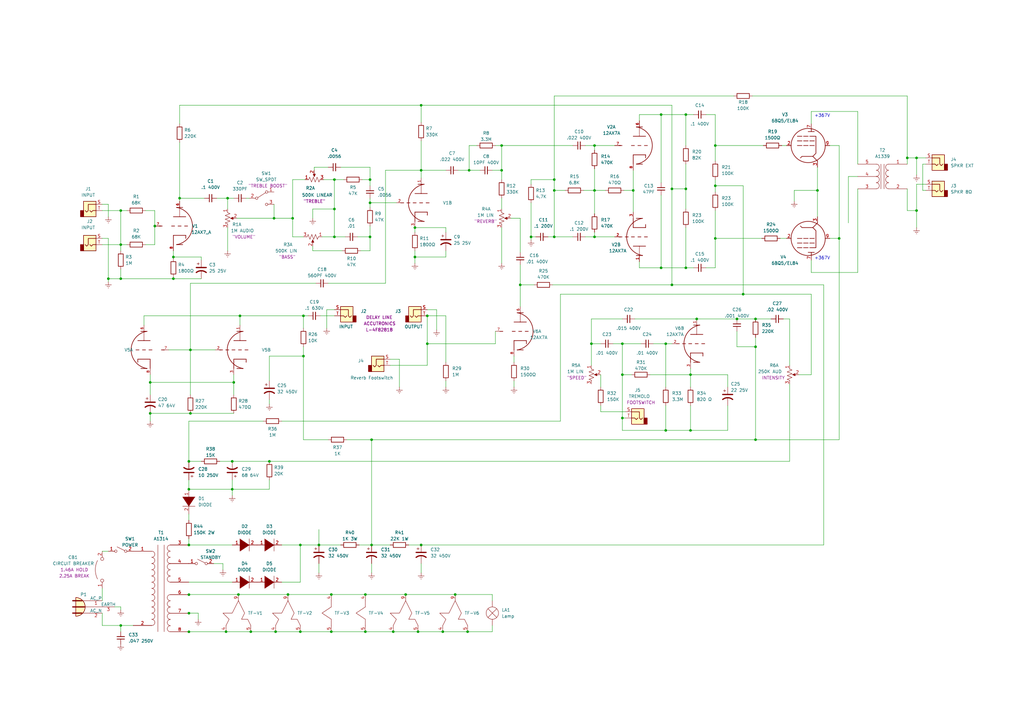
<source format=kicad_sch>
(kicad_sch (version 20211123) (generator eeschema)
  (paper "A3")
  (title_block (title "Traynor YGM-3/4 Guitar Mate / Studio Mate"))
  (junction (at 243.84 78.105))
  (junction (at 135.89 243.84))
  (junction (at 275.59 116.84))
  (junction (at 192.405 69.85))
  (junction (at 372.11 64.77))
  (junction (at 151.765 73.66))
  (junction (at 293.37 97.79))
  (junction (at 191.77 259.08))
  (junction (at 93.345 81.28))
  (junction (at 120.015 89.535))
  (junction (at 123.19 223.52))
  (junction (at 273.05 176.53))
  (junction (at 175.26 129.54))
  (junction (at 271.145 46.99))
  (junction (at 275.59 77.47))
  (junction (at 242.57 140.97))
  (junction (at 49.53 100.33))
  (junction (at 175.26 140.97))
  (junction (at 335.28 78.105))
  (junction (at 172.72 69.85))
  (junction (at 124.46 129.54))
  (junction (at 49.53 114.3))
  (junction (at 124.46 146.05))
  (junction (at 95.25 200.66))
  (junction (at 151.765 97.155))
  (junction (at 77.47 189.23))
  (junction (at 77.487 243.882))
  (junction (at 71.12 105.41))
  (junction (at 149.86 243.84))
  (junction (at 281.305 77.47))
  (junction (at 309.88 142.24))
  (junction (at 170.18 93.345))
  (junction (at 213.36 116.84))
  (junction (at 77.47 223.52))
  (junction (at 181.61 259.08))
  (junction (at 135.89 259.08))
  (junction (at 97.79 243.84))
  (junction (at 44.45 114.3))
  (junction (at 137.16 97.155))
  (junction (at 375.92 64.77))
  (junction (at 172.72 223.52))
  (junction (at 281.305 109.855))
  (junction (at 243.84 97.155))
  (junction (at 61.595 156.845))
  (junction (at 205.74 69.85))
  (junction (at 137.16 85.725))
  (junction (at 118.11 243.84))
  (junction (at 49.53 256.54))
  (junction (at 92.71 259.08))
  (junction (at 271.145 109.855))
  (junction (at 255.27 153.67))
  (junction (at 283.21 153.67))
  (junction (at 113.03 259.08))
  (junction (at 49.53 86.36))
  (junction (at 255.27 140.97))
  (junction (at 95.885 156.845))
  (junction (at 309.88 130.81))
  (junction (at 283.21 176.53))
  (junction (at 344.17 97.79))
  (junction (at 205.74 59.69))
  (junction (at 309.88 180.34))
  (junction (at 227.33 73.66))
  (junction (at 166.37 243.84))
  (junction (at 302.26 130.81))
  (junction (at 123.19 259.08))
  (junction (at 170.18 105.41))
  (junction (at 98.425 129.54))
  (junction (at 149.86 259.08))
  (junction (at 61.595 169.545))
  (junction (at 227.33 78.105))
  (junction (at 243.84 59.69))
  (junction (at 171.45 259.08))
  (junction (at 273.05 140.97))
  (junction (at 102.87 259.08))
  (junction (at 152.4 180.34))
  (junction (at 130.81 223.52))
  (junction (at 71.12 114.3))
  (junction (at 112.395 89.535))
  (junction (at 152.4 223.52))
  (junction (at 227.33 97.155))
  (junction (at 255.27 171.45))
  (junction (at 172.72 43.18))
  (junction (at 293.37 59.69))
  (junction (at 63.5 92.71))
  (junction (at 217.805 97.155))
  (junction (at 186.69 243.84))
  (junction (at 95.25 189.23))
  (junction (at 259.715 78.105))
  (junction (at 293.37 76.2))
  (junction (at 77.487 259.122))
  (junction (at 151.765 83.185))
  (junction (at 78.105 143.51))
  (junction (at 281.305 46.99))
  (junction (at 161.29 259.08))
  (junction (at 137.16 73.66))
  (junction (at 77.47 200.66))
  (junction (at 110.49 189.23))
  (junction (at 78.105 169.545))
  (junction (at 73.66 81.28))
  (junction (at 375.92 86.36))
  (junction (at 285.75 130.81))
  (junction (at 77.487 251.502))
  (junction (at 304.8 120.65))
  (wire (pts (xy 71.12 102.87) (xy 71.12 105.41)))
  (wire (pts (xy 152.4 223.52) (xy 160.02 223.52)))
  (wire (pts (xy 243.84 78.105) (xy 243.84 87.63)))
  (wire (pts (xy 293.37 59.69) (xy 313.055 59.69)))
  (wire (pts (xy 242.57 130.81) (xy 255.27 130.81)))
  (wire (pts (xy 148.59 73.66) (xy 151.765 73.66)))
  (wire (pts (xy 246.38 168.91) (xy 256.54 168.91)))
  (wire (pts (xy 205.74 81.28) (xy 205.74 85.725)))
  (wire (pts (xy 130.81 223.52) (xy 139.7 223.52)))
  (wire (pts (xy 115.57 223.52) (xy 123.19 223.52)))
  (wire (pts (xy 187.96 69.85) (xy 192.405 69.85)))
  (wire (pts (xy 378.46 78.105) (xy 379.73 78.105)))
  (wire (pts (xy 128.27 85.725) (xy 128.27 89.535)))
  (wire (pts (xy 95.25 196.85) (xy 95.25 200.66)))
  (wire (pts (xy 128.27 102.87) (xy 128.27 100.965)))
  (wire (pts (xy 77.47 251.46) (xy 81.28 251.46)))
  (wire (pts (xy 112.395 83.82) (xy 112.395 89.535)))
  (wire (pts (xy 182.88 129.54) (xy 182.88 148.59)))
  (wire (pts (xy 63.5 92.71) (xy 63.5 100.33)))
  (wire (pts (xy 271.145 80.01) (xy 271.145 109.855)))
  (wire (pts (xy 146.685 97.155) (xy 151.765 97.155)))
  (wire (pts (xy 332.74 120.65) (xy 332.74 153.67)))
  (wire (pts (xy 151.765 97.155) (xy 151.765 102.87)))
  (wire (pts (xy 137.16 97.155) (xy 132.08 97.155)))
  (wire (pts (xy 59.69 86.36) (xy 63.5 86.36)))
  (wire (pts (xy 259.715 78.105) (xy 255.905 78.105)))
  (wire (pts (xy 88.9 81.28) (xy 93.345 81.28)))
  (wire (pts (xy 59.055 129.54) (xy 98.425 129.54)))
  (wire (pts (xy 73.66 81.28) (xy 83.82 81.28)))
  (wire (pts (xy 151.765 81.28) (xy 151.765 83.185)))
  (wire (pts (xy 81.28 251.46) (xy 81.28 254)))
  (wire (pts (xy 255.27 176.53) (xy 273.05 176.53)))
  (wire (pts (xy 71.12 114.3) (xy 82.55 114.3)))
  (wire (pts (xy 182.88 156.21) (xy 182.88 158.75)))
  (wire (pts (xy 158.115 69.85) (xy 158.115 116.205)))
  (wire (pts (xy 166.37 243.84) (xy 186.69 243.84)))
  (wire (pts (xy 304.8 76.2) (xy 304.8 120.65)))
  (wire (pts (xy 273.05 140.97) (xy 273.05 158.75)))
  (wire (pts (xy 209.55 89.535) (xy 213.36 89.535)))
  (wire (pts (xy 97.79 243.84) (xy 118.11 243.84)))
  (wire (pts (xy 123.19 259.08) (xy 135.89 259.08)))
  (wire (pts (xy 302.26 135.89) (xy 302.26 142.24)))
  (wire (pts (xy 171.45 259.08) (xy 181.61 259.08)))
  (wire (pts (xy 320.04 97.79) (xy 322.58 97.79)))
  (wire (pts (xy 375.92 86.36) (xy 375.92 93.345)))
  (wire (pts (xy 123.19 223.52) (xy 130.81 223.52)))
  (wire (pts (xy 255.27 171.45) (xy 255.27 153.67)))
  (wire (pts (xy 256.54 171.45) (xy 255.27 171.45)))
  (wire (pts (xy 243.84 69.215) (xy 243.84 78.105)))
  (wire (pts (xy 77.47 238.76) (xy 95.25 238.76)))
  (wire (pts (xy 78.105 116.205) (xy 78.105 143.51)))
  (wire (pts (xy 201.93 69.85) (xy 205.74 69.85)))
  (wire (pts (xy 195.58 59.69) (xy 192.405 59.69)))
  (wire (pts (xy 181.61 259.08) (xy 191.77 259.08)))
  (wire (pts (xy 132.715 73.66) (xy 137.16 73.66)))
  (wire (pts (xy 262.255 49.53) (xy 262.255 46.99)))
  (wire (pts (xy 283.21 151.13) (xy 283.21 153.67)))
  (wire (pts (xy 41.91 86.36) (xy 49.53 86.36)))
  (wire (pts (xy 151.765 68.58) (xy 151.765 73.66)))
  (wire (pts (xy 375.92 75.565) (xy 375.92 86.36)))
  (wire (pts (xy 293.37 46.99) (xy 293.37 59.69)))
  (wire (pts (xy 372.11 86.36) (xy 375.92 86.36)))
  (wire (pts (xy 172.72 43.18) (xy 172.72 50.165)))
  (wire (pts (xy 71.12 106.045) (xy 71.12 105.41)))
  (wire (pts (xy 71.12 113.665) (xy 71.12 114.3)))
  (wire (pts (xy 152.4 180.34) (xy 309.88 180.34)))
  (wire (pts (xy 242.57 140.97) (xy 242.57 149.86)))
  (wire (pts (xy 344.17 59.69) (xy 344.17 97.79)))
  (wire (pts (xy 372.11 77.47) (xy 372.11 86.36)))
  (wire (pts (xy 179.07 127) (xy 179.07 135.255)))
  (wire (pts (xy 217.805 97.155) (xy 217.805 98.425)))
  (wire (pts (xy 372.11 39.37) (xy 372.11 64.77)))
  (wire (pts (xy 266.7 153.67) (xy 283.21 153.67)))
  (wire (pts (xy 46.99 248.92) (xy 49.53 248.92)))
  (wire (pts (xy 298.45 176.53) (xy 298.45 166.37)))
  (wire (pts (xy 124.46 142.24) (xy 124.46 146.05)))
  (wire (pts (xy 73.66 58.42) (xy 73.66 81.28)))
  (wire (pts (xy 281.305 93.345) (xy 281.305 109.855)))
  (wire (pts (xy 340.36 59.69) (xy 344.17 59.69)))
  (wire (pts (xy 77.47 243.84) (xy 97.79 243.84)))
  (wire (pts (xy 372.11 64.77) (xy 375.92 64.77)))
  (wire (pts (xy 61.595 153.67) (xy 61.595 156.845)))
  (wire (pts (xy 41.91 97.79) (xy 44.45 97.79)))
  (wire (pts (xy 59.055 133.35) (xy 59.055 129.54)))
  (wire (pts (xy 110.49 189.23) (xy 323.85 189.23)))
  (wire (pts (xy 309.88 142.24) (xy 309.88 138.43)))
  (wire (pts (xy 61.595 169.545) (xy 61.595 172.72)))
  (wire (pts (xy 335.28 78.105) (xy 335.28 88.9)))
  (wire (pts (xy 78.105 143.51) (xy 78.105 161.925)))
  (wire (pts (xy 255.27 140.97) (xy 262.89 140.97)))
  (wire (pts (xy 217.805 97.155) (xy 219.71 97.155)))
  (wire (pts (xy 137.16 127) (xy 133.985 127)))
  (wire (pts (xy 205.74 69.85) (xy 205.74 73.66)))
  (wire (pts (xy 281.305 67.31) (xy 281.305 77.47)))
  (wire (pts (xy 163.83 147.32) (xy 163.83 158.75)))
  (wire (pts (xy 128.905 68.58) (xy 128.905 69.85)))
  (wire (pts (xy 351.79 111.76) (xy 351.79 77.47)))
  (wire (pts (xy 41.91 226.06) (xy 44.45 226.06)))
  (wire (pts (xy 41.91 100.33) (xy 49.53 100.33)))
  (wire (pts (xy 320.675 59.69) (xy 322.58 59.69)))
  (wire (pts (xy 61.595 156.845) (xy 61.595 161.925)))
  (wire (pts (xy 91.44 231.14) (xy 91.44 233.68)))
  (wire (pts (xy 133.985 127) (xy 133.985 134.62)))
  (wire (pts (xy 49.53 256.54) (xy 49.53 259.08)))
  (wire (pts (xy 227.33 39.37) (xy 300.99 39.37)))
  (wire (pts (xy 251.46 140.97) (xy 255.27 140.97)))
  (wire (pts (xy 309.88 130.81) (xy 316.23 130.81)))
  (wire (pts (xy 227.33 97.155) (xy 234.95 97.155)))
  (wire (pts (xy 69.215 143.51) (xy 78.105 143.51)))
  (wire (pts (xy 95.885 156.845) (xy 95.885 161.925)))
  (wire (pts (xy 210.82 146.05) (xy 210.82 148.59)))
  (wire (pts (xy 260.35 130.81) (xy 285.75 130.81)))
  (wire (pts (xy 283.21 153.67) (xy 298.45 153.67)))
  (wire (pts (xy 271.145 46.99) (xy 281.305 46.99)))
  (wire (pts (xy 309.88 142.24) (xy 309.88 180.34)))
  (wire (pts (xy 243.84 59.69) (xy 243.84 61.595)))
  (wire (pts (xy 149.86 259.08) (xy 161.29 259.08)))
  (wire (pts (xy 158.115 69.85) (xy 172.72 69.85)))
  (wire (pts (xy 100.965 81.28) (xy 102.235 81.28)))
  (wire (pts (xy 332.74 111.76) (xy 351.79 111.76)))
  (wire (pts (xy 340.36 97.79) (xy 344.17 97.79)))
  (wire (pts (xy 82.55 105.41) (xy 82.55 106.68)))
  (wire (pts (xy 110.49 163.83) (xy 110.49 165.735)))
  (wire (pts (xy 93.345 81.28) (xy 95.885 81.28)))
  (wire (pts (xy 147.32 223.52) (xy 152.4 223.52)))
  (wire (pts (xy 227.33 73.66) (xy 227.33 78.105)))
  (wire (pts (xy 44.45 114.3) (xy 49.53 114.3)))
  (wire (pts (xy 227.33 78.105) (xy 231.775 78.105)))
  (wire (pts (xy 124.46 180.34) (xy 134.62 180.34)))
  (wire (pts (xy 63.5 86.36) (xy 63.5 92.71)))
  (wire (pts (xy 224.79 97.155) (xy 227.33 97.155)))
  (wire (pts (xy 73.66 43.18) (xy 172.72 43.18)))
  (wire (pts (xy 110.49 196.85) (xy 110.49 200.66)))
  (wire (pts (xy 213.36 116.84) (xy 219.075 116.84)))
  (wire (pts (xy 304.8 120.65) (xy 332.74 120.65)))
  (wire (pts (xy 151.765 83.185) (xy 151.765 85.09)))
  (wire (pts (xy 44.45 83.82) (xy 44.45 88.9)))
  (wire (pts (xy 217.805 83.185) (xy 217.805 97.155)))
  (wire (pts (xy 351.79 72.39) (xy 347.98 72.39)))
  (wire (pts (xy 172.72 69.85) (xy 172.72 73.025)))
  (wire (pts (xy 142.24 180.34) (xy 152.4 180.34)))
  (wire (pts (xy 135.89 243.84) (xy 149.86 243.84)))
  (wire (pts (xy 78.105 116.205) (xy 129.54 116.205)))
  (wire (pts (xy 41.91 83.82) (xy 44.45 83.82)))
  (wire (pts (xy 226.695 116.84) (xy 275.59 116.84)))
  (wire (pts (xy 275.59 77.47) (xy 281.305 77.47)))
  (wire (pts (xy 182.88 102.87) (xy 182.88 105.41)))
  (wire (pts (xy 293.37 97.79) (xy 293.37 109.855)))
  (wire (pts (xy 137.16 73.66) (xy 140.97 73.66)))
  (wire (pts (xy 98.425 129.54) (xy 98.425 133.35)))
  (wire (pts (xy 262.255 46.99) (xy 271.145 46.99)))
  (wire (pts (xy 120.015 73.66) (xy 120.015 89.535)))
  (wire (pts (xy 170.18 93.345) (xy 170.18 95.25)))
  (wire (pts (xy 379.73 64.77) (xy 375.92 64.77)))
  (wire (pts (xy 73.66 50.8) (xy 73.66 43.18)))
  (wire (pts (xy 49.53 86.36) (xy 49.53 100.33)))
  (wire (pts (xy 293.37 59.69) (xy 293.37 66.04)))
  (wire (pts (xy 337.82 223.52) (xy 337.82 116.84)))
  (wire (pts (xy 49.53 114.3) (xy 71.12 114.3)))
  (wire (pts (xy 123.19 223.52) (xy 123.19 238.76)))
  (wire (pts (xy 293.37 86.36) (xy 293.37 97.79)))
  (wire (pts (xy 98.425 129.54) (xy 124.46 129.54)))
  (wire (pts (xy 289.56 46.99) (xy 293.37 46.99)))
  (wire (pts (xy 217.805 75.565) (xy 217.805 73.66)))
  (wire (pts (xy 110.49 146.05) (xy 110.49 156.21)))
  (wire (pts (xy 271.145 109.855) (xy 281.305 109.855)))
  (wire (pts (xy 49.53 110.49) (xy 49.53 114.3)))
  (wire (pts (xy 147.955 102.87) (xy 151.765 102.87)))
  (wire (pts (xy 78.105 143.51) (xy 88.265 143.51)))
  (wire (pts (xy 344.17 97.79) (xy 344.17 180.34)))
  (wire (pts (xy 321.31 130.81) (xy 323.85 130.81)))
  (wire (pts (xy 182.88 95.25) (xy 182.88 93.345)))
  (wire (pts (xy 152.4 180.34) (xy 152.4 223.52)))
  (wire (pts (xy 59.69 100.33) (xy 63.5 100.33)))
  (wire (pts (xy 73.66 81.28) (xy 73.66 82.55)))
  (wire (pts (xy 242.57 130.81) (xy 242.57 140.97)))
  (wire (pts (xy 259.715 69.85) (xy 259.715 78.105)))
  (wire (pts (xy 229.87 172.72) (xy 229.87 120.65)))
  (wire (pts (xy 201.93 243.84) (xy 201.93 246.38)))
  (wire (pts (xy 130.81 231.14) (xy 130.81 234.95)))
  (wire (pts (xy 267.97 140.97) (xy 273.05 140.97)))
  (wire (pts (xy 77.47 220.98) (xy 77.47 223.52)))
  (wire (pts (xy 170.18 102.87) (xy 170.18 105.41)))
  (wire (pts (xy 102.87 259.08) (xy 113.03 259.08)))
  (wire (pts (xy 112.395 89.535) (xy 120.015 89.535)))
  (wire (pts (xy 227.33 78.105) (xy 227.33 97.155)))
  (wire (pts (xy 118.11 243.84) (xy 135.89 243.84)))
  (wire (pts (xy 192.405 59.69) (xy 192.405 69.85)))
  (wire (pts (xy 323.85 130.81) (xy 323.85 149.86)))
  (wire (pts (xy 161.29 259.08) (xy 171.45 259.08)))
  (wire (pts (xy 186.69 243.84) (xy 201.93 243.84)))
  (wire (pts (xy 172.72 231.14) (xy 172.72 234.95)))
  (wire (pts (xy 175.26 140.97) (xy 175.26 149.86)))
  (wire (pts (xy 61.595 169.545) (xy 78.105 169.545)))
  (wire (pts (xy 325.755 78.105) (xy 325.755 82.55)))
  (wire (pts (xy 240.03 59.69) (xy 243.84 59.69)))
  (wire (pts (xy 124.46 146.05) (xy 124.46 180.34)))
  (wire (pts (xy 255.27 140.97) (xy 255.27 153.67)))
  (wire (pts (xy 124.46 129.54) (xy 124.46 134.62)))
  (wire (pts (xy 332.74 153.67) (xy 327.66 153.67)))
  (wire (pts (xy 347.98 72.39) (xy 347.98 91.44)))
  (wire (pts (xy 49.53 100.33) (xy 49.53 102.87)))
  (wire (pts (xy 275.59 77.47) (xy 275.59 43.18)))
  (wire (pts (xy 49.53 248.92) (xy 49.53 250.19)))
  (wire (pts (xy 378.46 67.31) (xy 379.73 67.31)))
  (wire (pts (xy 243.84 97.155) (xy 252.095 97.155)))
  (wire (pts (xy 172.72 69.85) (xy 182.88 69.85)))
  (wire (pts (xy 378.46 67.31) (xy 378.46 78.105)))
  (wire (pts (xy 113.03 259.08) (xy 123.19 259.08)))
  (wire (pts (xy 49.53 86.36) (xy 52.07 86.36)))
  (wire (pts (xy 139.7 68.58) (xy 151.765 68.58)))
  (wire (pts (xy 255.27 153.67) (xy 259.08 153.67)))
  (wire (pts (xy 170.18 105.41) (xy 170.18 107.95)))
  (wire (pts (xy 262.255 109.855) (xy 262.255 107.315)))
  (wire (pts (xy 285.75 130.81) (xy 302.26 130.81)))
  (wire (pts (xy 240.03 97.155) (xy 243.84 97.155)))
  (wire (pts (xy 77.47 200.66) (xy 95.25 200.66)))
  (wire (pts (xy 283.21 176.53) (xy 298.45 176.53)))
  (wire (pts (xy 281.305 46.99) (xy 284.48 46.99)))
  (wire (pts (xy 172.72 57.785) (xy 172.72 69.85)))
  (wire (pts (xy 213.36 89.535) (xy 213.36 103.505)))
  (wire (pts (xy 124.46 129.54) (xy 126.365 129.54)))
  (wire (pts (xy 309.88 180.34) (xy 344.17 180.34)))
  (wire (pts (xy 151.765 92.71) (xy 151.765 97.155)))
  (wire (pts (xy 281.305 109.855) (xy 284.48 109.855)))
  (wire (pts (xy 151.765 73.66) (xy 151.765 76.2)))
  (wire (pts (xy 205.74 59.69) (xy 203.2 59.69)))
  (wire (pts (xy 323.85 157.48) (xy 323.85 189.23)))
  (wire (pts (xy 175.26 127) (xy 179.07 127)))
  (wire (pts (xy 192.405 69.85) (xy 196.85 69.85)))
  (wire (pts (xy 77.47 172.72) (xy 77.47 189.23)))
  (wire (pts (xy 135.89 259.08) (xy 149.86 259.08)))
  (wire (pts (xy 41.91 241.3) (xy 41.91 246.38)))
  (wire (pts (xy 134.62 116.205) (xy 158.115 116.205)))
  (wire (pts (xy 275.59 77.47) (xy 275.59 116.84)))
  (wire (pts (xy 137.16 73.66) (xy 137.16 85.725)))
  (wire (pts (xy 283.21 153.67) (xy 283.21 158.75)))
  (wire (pts (xy 332.74 50.8) (xy 332.74 45.72)))
  (wire (pts (xy 175.26 129.54) (xy 182.88 129.54)))
  (wire (pts (xy 308.61 39.37) (xy 372.11 39.37)))
  (wire (pts (xy 172.72 223.52) (xy 337.82 223.52)))
  (wire (pts (xy 372.11 64.77) (xy 372.11 67.31)))
  (wire (pts (xy 210.82 156.21) (xy 210.82 158.75)))
  (wire (pts (xy 375.92 64.77) (xy 375.92 71.755)))
  (wire (pts (xy 203.2 140.97) (xy 203.2 135.89)))
  (wire (pts (xy 302.26 130.81) (xy 309.88 130.81)))
  (wire (pts (xy 335.28 68.58) (xy 335.28 78.105)))
  (wire (pts (xy 44.45 114.3) (xy 44.45 115.57)))
  (wire (pts (xy 49.53 256.54) (xy 54.61 256.54)))
  (wire (pts (xy 379.73 75.565) (xy 375.92 75.565)))
  (wire (pts (xy 115.57 172.72) (xy 229.87 172.72)))
  (wire (pts (xy 167.64 223.52) (xy 172.72 223.52)))
  (wire (pts (xy 293.37 73.66) (xy 293.37 76.2)))
  (wire (pts (xy 239.395 78.105) (xy 243.84 78.105)))
  (wire (pts (xy 110.49 146.05) (xy 124.46 146.05)))
  (wire (pts (xy 170.18 105.41) (xy 182.88 105.41)))
  (wire (pts (xy 44.45 97.79) (xy 44.45 114.3)))
  (wire (pts (xy 160.02 147.32) (xy 163.83 147.32)))
  (wire (pts (xy 152.4 231.14) (xy 152.4 234.95)))
  (wire (pts (xy 351.79 67.31) (xy 351.79 45.72)))
  (wire (pts (xy 93.345 81.28) (xy 93.345 85.725)))
  (wire (pts (xy 97.155 89.535) (xy 112.395 89.535)))
  (wire (pts (xy 90.17 189.23) (xy 95.25 189.23)))
  (wire (pts (xy 213.36 108.585) (xy 213.36 116.84)))
  (wire (pts (xy 273.05 176.53) (xy 283.21 176.53)))
  (wire (pts (xy 77.47 196.85) (xy 77.47 200.66)))
  (wire (pts (xy 120.015 97.155) (xy 124.46 97.155)))
  (wire (pts (xy 95.885 153.67) (xy 95.885 156.845)))
  (wire (pts (xy 77.47 223.52) (xy 95.25 223.52)))
  (wire (pts (xy 298.45 153.67) (xy 298.45 158.75)))
  (wire (pts (xy 41.91 256.54) (xy 49.53 256.54)))
  (wire (pts (xy 77.47 210.82) (xy 77.47 213.36)))
  (wire (pts (xy 246.38 153.67) (xy 246.38 158.75)))
  (wire (pts (xy 123.19 238.76) (xy 115.57 238.76)))
  (wire (pts (xy 213.36 116.84) (xy 213.36 125.73)))
  (wire (pts (xy 77.47 259.08) (xy 92.71 259.08)))
  (wire (pts (xy 130.81 217.17) (xy 130.81 223.52)))
  (wire (pts (xy 227.33 73.66) (xy 227.33 39.37)))
  (wire (pts (xy 175.26 129.54) (xy 175.26 140.97)))
  (wire (pts (xy 137.16 85.725) (xy 128.27 85.725)))
  (wire (pts (xy 242.57 140.97) (xy 246.38 140.97)))
  (wire (pts (xy 229.87 120.65) (xy 304.8 120.65)))
  (wire (pts (xy 175.26 140.97) (xy 203.2 140.97)))
  (wire (pts (xy 95.25 200.66) (xy 110.49 200.66)))
  (wire (pts (xy 243.84 97.155) (xy 243.84 95.25)))
  (wire (pts (xy 281.305 59.69) (xy 281.305 46.99)))
  (wire (pts (xy 78.105 169.545) (xy 95.885 169.545)))
  (wire (pts (xy 205.74 69.85) (xy 205.74 59.69)))
  (wire (pts (xy 201.93 259.08) (xy 201.93 256.54)))
  (wire (pts (xy 205.74 59.69) (xy 234.95 59.69)))
  (wire (pts (xy 95.25 189.23) (xy 110.49 189.23)))
  (wire (pts (xy 273.05 176.53) (xy 273.05 166.37)))
  (wire (pts (xy 271.145 109.855) (xy 262.255 109.855)))
  (wire (pts (xy 205.74 93.345) (xy 205.74 107.95)))
  (wire (pts (xy 41.91 251.46) (xy 41.91 256.54)))
  (wire (pts (xy 273.05 140.97) (xy 275.59 140.97)))
  (wire (pts (xy 217.805 73.66) (xy 227.33 73.66)))
  (wire (pts (xy 71.12 105.41) (xy 82.55 105.41)))
  (wire (pts (xy 281.305 77.47) (xy 281.305 85.725)))
  (wire (pts (xy 93.345 93.345) (xy 93.345 102.87)))
  (wire (pts (xy 271.145 46.99) (xy 271.145 74.93)))
  (wire (pts (xy 335.28 78.105) (xy 325.755 78.105)))
  (wire (pts (xy 293.37 109.855) (xy 289.56 109.855)))
  (wire (pts (xy 151.765 83.185) (xy 162.56 83.185)))
  (wire (pts (xy 293.37 76.2) (xy 304.8 76.2)))
  (wire (pts (xy 275.59 43.18) (xy 172.72 43.18)))
  (wire (pts (xy 149.86 243.84) (xy 166.37 243.84)))
  (wire (pts (xy 302.26 142.24) (xy 309.88 142.24)))
  (wire (pts (xy 170.18 93.345) (xy 182.88 93.345)))
  (wire (pts (xy 92.71 259.08) (xy 102.87 259.08)))
  (wire (pts (xy 107.95 172.72) (xy 77.47 172.72)))
  (wire (pts (xy 259.715 78.105) (xy 259.715 86.995)))
  (wire (pts (xy 293.37 76.2) (xy 293.37 78.74)))
  (wire (pts (xy 332.74 106.68) (xy 332.74 111.76)))
  (wire (pts (xy 87.63 231.14) (xy 91.44 231.14)))
  (wire (pts (xy 95.25 200.66) (xy 95.25 203.2)))
  (wire (pts (xy 175.26 149.86) (xy 160.02 149.86)))
  (wire (pts (xy 332.74 45.72) (xy 351.79 45.72)))
  (wire (pts (xy 120.015 89.535) (xy 120.015 97.155)))
  (wire (pts (xy 243.84 78.105) (xy 248.285 78.105)))
  (wire (pts (xy 255.27 176.53) (xy 255.27 171.45)))
  (wire (pts (xy 140.335 102.87) (xy 128.27 102.87)))
  (wire (pts (xy 275.59 116.84) (xy 337.82 116.84)))
  (wire (pts (xy 120.015 73.66) (xy 125.095 73.66)))
  (wire (pts (xy 131.445 129.54) (xy 137.16 129.54)))
  (wire (pts (xy 137.16 85.725) (xy 137.16 97.155)))
  (wire (pts (xy 77.47 189.23) (xy 82.55 189.23)))
  (wire (pts (xy 283.21 176.53) (xy 283.21 166.37)))
  (wire (pts (xy 61.595 156.845) (xy 95.885 156.845)))
  (wire (pts (xy 134.62 68.58) (xy 128.905 68.58)))
  (wire (pts (xy 243.84 59.69) (xy 252.095 59.69)))
  (wire (pts (xy 293.37 97.79) (xy 312.42 97.79)))
  (wire (pts (xy 49.53 100.33) (xy 52.07 100.33)))
  (wire (pts (xy 191.77 259.08) (xy 201.93 259.08)))
  (wire (pts (xy 246.38 166.37) (xy 246.38 168.91)))
  (wire (pts (xy 137.16 97.155) (xy 141.605 97.155)))
  (text "+367V" (at 334.01 106.68 0) (effects (font (size 1.27 1.27)) (justify left bottom)))
  (text "+367V" (at 334.01 48.26 0) (effects (font (size 1.27 1.27)) (justify left bottom)))
  (symbol (lib_id "Amplifier Library:Switch") (at 49.53 226.06 0) (unit 1)
    (property "Reference" "SW1" (at 53.34 220.98 0))
    (property "Value" "POWER" (at 53.34 223.52 0))
  )
  (symbol (lib_id "Device:R") (at 262.89 153.67 90) (unit 1)
    (property "Reference" "R31" (at 262.89 148.59 90))
    (property "Value" "470K" (at 262.89 151.13 90))
  )
  (symbol (lib_id "power:Earth") (at 110.49 165.735 0) (unit 1)
    (property "Reference" "#PWR?" (effects hide))
    (property "Value" "Earth" (effects hide))
  )
  (symbol (lib_id "Device:C_Small") (at 222.25 97.155 90) (unit 1)
    (property "Reference" "C11" (at 222.885 90.17 90))
    (property "Value" ".1 200V" (at 222.885 92.71 90))
  )
  (symbol (lib_id "Device:C_Small") (at 144.145 97.155 90) (unit 1)
    (property "Reference" "C6" (at 144.1513 90.17 90))
    (property "Value" ".01" (at 144.1513 92.71 90))
  )
  (symbol (lib_id "power:Earth") (at 81.28 254 0) (unit 1)
    (property "Reference" "#PWR?" (effects hide))
    (property "Value" "Earth" (effects hide))
  )
  (symbol (lib_id "Device:R") (at 49.53 106.68 180) (unit 1)
    (property "Reference" "R3" (at 51.435 105.4099 0) (effects (justify right)))
    (property "Value" "1M" (at 51.435 107.9499 0) (effects (justify right)))
  )
  (symbol (lib_id "Amplifier Library:12AX7_B") (at 171.45 83.185 0) (unit 1)
    (property "Reference" "V1B" (at 181.61 83.1849 0) (effects (justify left)))
    (property "Value" "12AX7_B" (effects hide))
  )
  (symbol (lib_id "Amplifier Library:Filament3") (at 118.11 251.46 0) (unit 1)
    (property "Reference" "TF-V2" (at 121.92 251.46 0) (effects (justify left)))
    (property "Value" "Filament3" (effects hide))
  )
  (symbol (lib_id "Device:C_Small") (at 128.905 129.54 90) (unit 1)
    (property "Reference" "C19" (at 128.905 123.825 90))
    (property "Value" ".1 630V" (at 128.905 126.365 90))
  )
  (symbol (lib_id "Amplifier Library:12AX7_B") (at 97.155 143.51 0) (unit 1)
    (property "Reference" "V5B" (at 107.315 143.5099 0) (effects (justify left)))
    (property "Value" "12AX7_B" (effects hide))
  )
  (symbol (lib_id "Device:C_Small") (at 237.49 59.69 90) (unit 1)
    (property "Reference" "C10" (at 237.49 53.975 90))
    (property "Value" ".022 400V" (at 237.49 56.515 90))
  )
  (symbol (lib_id "Switch:SW_SPDT") (at 107.315 81.28 0) (unit 1)
    (property "Reference" "SW1" (at 109.22 71.12 0))
    (property "Value" "SW_SPDT" (at 109.22 73.66 0))
    (property "Field4" "\"TREBLE BOOST\"" (at 109.855 76.2 0))
  )
  (symbol (lib_id "Amplifier Library:6BQ5_A") (at 331.47 97.79 0) (mirror x) (unit 1)
    (property "Reference" "V4" (at 321.31 105.41 0))
    (property "Value" "6BQ5/EL84" (at 321.945 107.95 0))
  )
  (symbol (lib_id "Device:R") (at 293.37 82.55 0) (unit 1)
    (property "Reference" "R23" (at 295.91 81.2799 0) (effects (justify left)))
    (property "Value" "100K" (at 295.91 83.8199 0) (effects (justify left)))
  )
  (symbol (lib_id "power:Earth") (at 210.82 158.75 0) (unit 1)
    (property "Reference" "#PWR?" (effects hide))
    (property "Value" "Earth" (effects hide))
  )
  (symbol (lib_id "Amplifier Library:Filament1") (at 135.89 251.46 0) (unit 1)
    (property "Reference" "TF-V3" (at 137.16 251.4599 0) (effects (justify left)))
    (property "Value" "Filament1" (effects hide))
  )
  (symbol (lib_id "Device:R") (at 252.095 78.105 90) (unit 1)
    (property "Reference" "R16" (at 252.095 72.39 90))
    (property "Value" "470Ω" (at 252.095 74.93 90))
  )
  (symbol (lib_id "power:Earth") (at 325.755 82.55 0) (unit 1)
    (property "Reference" "#PWR?" (effects hide))
    (property "Value" "Earth" (effects hide))
  )
  (symbol (lib_id "Amplifier Library:Filament3") (at 97.79 251.46 0) (unit 1)
    (property "Reference" "TF-V1" (at 101.6 251.46 0) (effects (justify left)))
    (property "Value" "Filament3" (effects hide))
  )
  (symbol (lib_id "power:Earth") (at 170.18 107.95 0) (unit 1)
    (property "Reference" "#PWR?" (effects hide))
    (property "Value" "Earth" (effects hide))
  )
  (symbol (lib_id "power:Earth") (at 182.88 158.75 0) (unit 1)
    (property "Reference" "#PWR?" (effects hide))
    (property "Value" "Earth" (effects hide))
  )
  (symbol (lib_id "Device:C_Small") (at 132.08 116.205 90) (unit 1)
    (property "Reference" "C18" (at 132.08 110.49 90))
    (property "Value" "560PF 400V" (at 132.08 113.03 90))
  )
  (symbol (lib_id "Device:R") (at 172.72 53.975 0) (unit 1)
    (property "Reference" "R7" (at 174.625 52.7049 0) (effects (justify left)))
    (property "Value" "330K" (at 174.625 55.2449 0) (effects (justify left)))
  )
  (symbol (lib_id "power:Earth") (at 49.53 264.16 0) (unit 1)
    (property "Reference" "#PWR?" (effects hide))
    (property "Value" "Earth" (effects hide))
  )
  (symbol (lib_id "Device:R") (at 71.12 109.855 180) (unit 1)
    (property "Reference" "R4" (at 73.025 108.5849 0) (effects (justify right)))
    (property "Value" "1800Ω" (at 73.025 111.1249 0) (effects (justify right)))
  )
  (symbol (lib_id "Device:R_Potentiometer_US") (at 242.57 153.67 0) (unit 1)
    (property "Reference" "R5A" (at 238.125 149.86 0) (effects (justify right)))
    (property "Value" "1M LIN" (at 239.395 152.4 0) (effects (justify right)))
    (property "Field4" "\"SPEED\"" (at 240.665 154.94 0) (effects (justify right)))
  )
  (symbol (lib_id "Device:R") (at 210.82 152.4 180) (unit 1)
    (property "Reference" "R30" (at 213.36 151.1299 0) (effects (justify right)))
    (property "Value" "1500Ω" (at 213.36 153.6699 0) (effects (justify right)))
  )
  (symbol (lib_id "Device:R") (at 138.43 180.34 90) (unit 1)
    (property "Reference" "R37" (at 138.43 183.515 90))
    (property "Value" "1K" (at 138.43 186.055 90))
  )
  (symbol (lib_id "Device:C_Polarized_US") (at 77.47 193.04 180) (unit 1)
    (property "Reference" "C28" (at 81.28 192.4049 0) (effects (justify right)))
    (property "Value" "10 250V" (at 81.28 194.9449 0) (effects (justify right)))
  )
  (symbol (lib_id "Device:R_Potentiometer_US") (at 128.905 73.66 90) (unit 1)
    (property "Reference" "R2A" (at 125.4125 77.1525 90) (effects (justify right)))
    (property "Value" "500K LINEAR" (at 123.825 80.01 90) (effects (justify right)))
    (property "Field4" "\"TREBLE\"" (at 124.46 82.55 90) (effects (justify right)))
  )
  (symbol (lib_id "Device:C_Small") (at 248.92 140.97 270) (unit 1)
    (property "Reference" "C23" (at 248.92 137.16 90))
    (property "Value" ".01 400V" (at 248.92 144.78 90))
  )
  (symbol (lib_id "Amplifier Library:YGM_Power_Transformer") (at 66.04 233.68 0) (unit 1)
    (property "Reference" "T1" (at 66.057 218.44 0))
    (property "Value" "A1314" (at 66.057 220.98 0))
  )
  (symbol (lib_id "Device:R") (at 222.885 116.84 90) (unit 1)
    (property "Reference" "R25" (at 222.885 111.125 90))
    (property "Value" "470K" (at 222.885 113.665 90))
  )
  (symbol (lib_id "Device:C_Small") (at 318.77 130.81 90) (unit 1)
    (property "Reference" "C27" (at 318.77 124.46 90))
    (property "Value" ".02 400V" (at 318.77 127 90))
  )
  (symbol (lib_id "Device:C_Small") (at 49.53 261.62 180) (unit 1)
    (property "Reference" "C33" (at 52.705 260.3435 0) (effects (justify right)))
    (property "Value" ".047 250V" (at 52.705 262.8835 0) (effects (justify right)))
  )
  (symbol (lib_id "Device:C_Polarized_US") (at 130.81 227.33 0) (unit 1)
    (property "Reference" "C30" (at 134.62 225.4249 0) (effects (justify left)))
    (property "Value" "32 450V" (at 134.62 227.9649 0) (effects (justify left)))
  )
  (symbol (lib_id "Device:C_Small") (at 185.42 69.85 90) (unit 1)
    (property "Reference" "C7" (at 185.4263 62.865 90))
    (property "Value" ".022 400V" (at 185.4263 65.405 90))
  )
  (symbol (lib_id "Device:R") (at 78.105 165.735 180) (unit 1)
    (property "Reference" "R27" (at 80.01 164.4649 0) (effects (justify right)))
    (property "Value" "220K" (at 80.01 167.0049 0) (effects (justify right)))
  )
  (symbol (lib_id "power:Earth") (at 130.81 234.95 0) (unit 1)
    (property "Reference" "#PWR?" (effects hide))
    (property "Value" "Earth" (effects hide))
  )
  (symbol (lib_id "Device:R") (at 151.765 88.9 0) (unit 1)
    (property "Reference" "R9" (at 153.67 87.6299 0) (effects (justify left)))
    (property "Value" "47K" (at 153.67 90.1699 0) (effects (justify left)))
  )
  (symbol (lib_id "Device:R") (at 182.88 152.4 180) (unit 1)
    (property "Reference" "R29" (at 185.42 151.1299 0) (effects (justify right)))
    (property "Value" "1M" (at 185.42 153.6699 0) (effects (justify right)))
  )
  (symbol (lib_id "Device:R") (at 55.88 100.33 90) (unit 1)
    (property "Reference" "R2" (at 55.88 94.615 90))
    (property "Value" "68K" (at 55.88 97.155 90))
  )
  (symbol (lib_id "Device:R") (at 309.88 134.62 0) (unit 1)
    (property "Reference" "R35" (at 312.42 133.3499 0) (effects (justify left)))
    (property "Value" "220K" (at 312.42 135.8899 0) (effects (justify left)))
  )
  (symbol (lib_id "power:Earth") (at 93.345 102.87 0) (unit 1)
    (property "Reference" "#PWR?" (effects hide))
    (property "Value" "Earth" (effects hide))
  )
  (symbol (lib_id "pspice:DIODE") (at 100.33 223.52 0) (unit 1)
    (property "Reference" "D2" (at 100.33 215.9 0))
    (property "Value" "DIODE" (at 100.33 218.44 0))
  )
  (symbol (lib_id "Device:C_Polarized_US") (at 82.55 110.49 0) (unit 1)
    (property "Reference" "C3" (at 85.725 108.5849 0) (effects (justify left)))
    (property "Value" "25 25V" (at 85.725 111.1249 0) (effects (justify left)))
  )
  (symbol (lib_id "Device:R") (at 73.66 54.61 180) (unit 1)
    (property "Reference" "R6" (at 75.565 53.3399 0) (effects (justify right)))
    (property "Value" "220K" (at 75.565 55.8799 0) (effects (justify right)))
  )
  (symbol (lib_id "Device:R_Potentiometer_US") (at 93.345 89.535 0) (unit 1)
    (property "Reference" "R1A" (at 99.06 92.075 0) (effects (justify right)))
    (property "Value" "1M AUDIO" (at 104.14 94.615 0) (effects (justify right)))
    (property "Field4" "\"VOLUME\"" (at 104.775 97.155 0) (effects (justify right)))
  )
  (symbol (lib_id "Device:C_Small") (at 287.02 46.99 270) (unit 1)
    (property "Reference" "C14" (at 287.02 43.18 90))
    (property "Value" ".1 400V" (at 287.02 50.8 90))
  )
  (symbol (lib_id "Amplifier Library:Filament3") (at 166.37 251.46 0) (unit 1)
    (property "Reference" "TF-V5" (at 170.18 251.46 0) (effects (justify left)))
    (property "Value" "Filament3" (effects hide))
  )
  (symbol (lib_id "power:Earth") (at 44.45 115.57 0) (unit 1)
    (property "Reference" "#PWR?" (effects hide))
    (property "Value" "Earth" (effects hide))
  )
  (symbol (lib_id "Amplifier Library:AudioJack2") (at 36.83 100.33 0) (unit 1)
    (property "Reference" "J2" (at 36.83 90.805 0))
    (property "Value" "INPUT" (at 36.195 93.345 0))
  )
  (symbol (lib_id "Device:C_Small") (at 271.145 77.47 0) (mirror y) (unit 1)
    (property "Reference" "C13" (at 266.065 76.2 0))
    (property "Value" "47PF" (at 266.065 78.74 0))
  )
  (symbol (lib_id "Amplifier Library:AudioJack2") (at 384.81 67.31 0) (mirror y) (unit 1)
    (property "Reference" "J4" (at 389.89 65.4049 0) (effects (justify right)))
    (property "Value" "SPKR EXT" (at 389.89 67.9449 0) (effects (justify right)))
  )
  (symbol (lib_id "Device:C_Small") (at 265.43 140.97 270) (unit 1)
    (property "Reference" "C24" (at 265.43 137.16 90))
    (property "Value" ".01 400V" (at 265.43 144.78 90))
  )
  (symbol (lib_id "Device:C_Polarized_US") (at 298.45 162.56 0) (unit 1)
    (property "Reference" "C25" (at 299.72 157.48 0) (effects (justify left)))
    (property "Value" "22 25V" (at 299.72 160.02 0) (effects (justify left)))
  )
  (symbol (lib_id "Amplifier Library:12AX7_A") (at 61.595 143.51 0) (mirror y) (unit 1)
    (property "Reference" "V5A" (at 54.61 143.5099 0) (effects (justify left)))
    (property "Value" "12AX7_A" (effects hide))
  )
  (symbol (lib_id "Device:R") (at 281.305 89.535 0) (unit 1)
    (property "Reference" "R23" (at 283.845 88.2649 0) (effects (justify left)))
    (property "Value" "100K" (at 283.845 90.8049 0) (effects (justify left)))
  )
  (symbol (lib_id "power:Earth") (at 205.74 107.95 0) (unit 1)
    (property "Reference" "#PWR?" (effects hide))
    (property "Value" "Earth" (effects hide))
  )
  (symbol (lib_id "Device:R") (at 283.21 162.56 0) (unit 1)
    (property "Reference" "R34" (at 285.75 161.2899 0) (effects (justify left)))
    (property "Value" "820 Ω" (at 285.75 163.8299 0) (effects (justify left)))
  )
  (symbol (lib_id "power:Earth") (at 217.805 98.425 0) (unit 1)
    (property "Reference" "#PWR?" (effects hide))
    (property "Value" "Earth" (effects hide))
  )
  (symbol (lib_id "Device:R") (at 143.51 223.52 90) (unit 1)
    (property "Reference" "R40" (at 143.51 218.44 90))
    (property "Value" "1K 3W" (at 143.51 220.98 90))
  )
  (symbol (lib_id "Amplifier Library:Filament1") (at 149.86 251.46 0) (unit 1)
    (property "Reference" "TF-V4" (at 151.13 251.4599 0) (effects (justify left)))
    (property "Value" "Filament1" (effects hide))
  )
  (symbol (lib_id "pspice:DIODE") (at 110.49 238.76 0) (unit 1)
    (property "Reference" "D5" (at 110.49 231.14 0))
    (property "Value" "DIODE" (at 110.49 233.68 0))
  )
  (symbol (lib_id "Amplifier Library:AudioJack2") (at 36.83 86.36 0) (unit 1)
    (property "Reference" "J1" (at 36.195 77.47 0))
    (property "Value" "INPUT" (at 36.195 80.01 0))
  )
  (symbol (lib_id "Device:R") (at 205.74 77.47 0) (unit 1)
    (property "Reference" "R12" (at 207.645 76.1999 0) (effects (justify left)))
    (property "Value" "330K" (at 207.645 78.7399 0) (effects (justify left)))
  )
  (symbol (lib_id "Device:R_Potentiometer_US") (at 323.85 153.67 0) (unit 1)
    (property "Reference" "R6A" (at 319.405 149.86 0) (effects (justify right)))
    (property "Value" "250K AUD" (at 320.675 152.4 0) (effects (justify right)))
    (property "Field4" "INTENSITY" (at 321.945 154.94 0) (effects (justify right)))
  )
  (symbol (lib_id "Device:R") (at 243.84 65.405 0) (unit 1)
    (property "Reference" "R14" (at 246.38 64.1349 0) (effects (justify left)))
    (property "Value" "470K" (at 246.38 66.6749 0) (effects (justify left)))
  )
  (symbol (lib_id "Amplifier Library:Lamp") (at 201.93 251.46 0) (unit 1)
    (property "Reference" "LA1" (at 205.74 250.1899 0) (effects (justify left)))
    (property "Value" "Lamp" (at 205.74 252.7299 0) (effects (justify left)))
  )
  (symbol (lib_id "power:Earth") (at 163.83 158.75 0) (unit 1)
    (property "Reference" "#PWR?" (effects hide))
    (property "Value" "Earth" (effects hide))
  )
  (symbol (lib_id "Device:R") (at 86.36 189.23 90) (unit 1)
    (property "Reference" "R38" (at 86.36 184.15 90))
    (property "Value" "15K" (at 86.36 186.69 90))
  )
  (symbol (lib_id "power:Earth") (at 172.72 234.95 0) (unit 1)
    (property "Reference" "#PWR?" (effects hide))
    (property "Value" "Earth" (effects hide))
  )
  (symbol (lib_id "pspice:DIODE") (at 110.49 223.52 0) (unit 1)
    (property "Reference" "D3" (at 110.49 215.9 0))
    (property "Value" "DIODE" (at 110.49 218.44 0))
  )
  (symbol (lib_id "power:Earth") (at 49.53 250.19 0) (unit 1)
    (property "Reference" "#PWR?" (effects hide))
    (property "Value" "Earth" (effects hide))
  )
  (symbol (lib_id "Device:CircuitBreaker_1P_US") (at 41.91 233.68 180) (unit 1)
    (property "Reference" "CB1" (at 27.94 228.6 0) (effects (justify right)))
    (property "Value" "CIRCUIT BREAKER" (at 21.59 231.14 0) (effects (justify right)))
    (property "Field4" "1.46A HOLD" (at 30.48 233.68 0))
    (property "Field5" "2.25A BREAK" (at 30.48 236.22 0))
  )
  (symbol (lib_id "Amplifier Library:AudioJack2") (at 170.18 129.54 0) (unit 1)
    (property "Reference" "J3" (at 164.465 127.6349 0) (effects (justify right)))
    (property "Value" "OUTPUT" (at 173.355 133.9849 0) (effects (justify right)))
    (property "Field4" "DELAY LINE" (effects hide))
    (property "Field5" "ACCUTRONICS " (effects hide))
    (property "Field6" "L-4F82818" (effects hide))
  )
  (symbol (lib_id "power:Earth") (at 95.25 203.2 0) (unit 1)
    (property "Reference" "#PWR?" (effects hide))
    (property "Value" "Earth" (effects hide))
  )
  (symbol (lib_id "power:Earth") (at 152.4 234.95 0) (unit 1)
    (property "Reference" "#PWR?" (effects hide))
    (property "Value" "Earth" (effects hide))
  )
  (symbol (lib_id "Device:R") (at 124.46 138.43 180) (unit 1)
    (property "Reference" "R26" (at 126.365 137.1599 0) (effects (justify right)))
    (property "Value" "10K" (at 126.365 139.6999 0) (effects (justify right)))
  )
  (symbol (lib_id "Device:C_Polarized_US") (at 95.25 193.04 180) (unit 1)
    (property "Reference" "C29" (at 99.06 192.4049 0) (effects (justify right)))
    (property "Value" "68 64V" (at 99.06 194.9449 0) (effects (justify right)))
  )
  (symbol (lib_id "Device:C_Small") (at 257.81 130.81 270) (unit 1)
    (property "Reference" "C22" (at 257.81 127 90))
    (property "Value" ".015 400V" (at 257.81 134.62 90))
  )
  (symbol (lib_id "Device:C_Small") (at 237.49 97.155 90) (unit 1)
    (property "Reference" "C12" (at 237.49 91.44 90))
    (property "Value" ".1 200V" (at 237.49 93.98 90))
  )
  (symbol (lib_id "Device:R") (at 77.47 217.17 180) (unit 1)
    (property "Reference" "R44" (at 79.375 215.8999 0) (effects (justify right)))
    (property "Value" "150K 2W" (at 79.375 218.4399 0) (effects (justify right)))
  )
  (symbol (lib_id "Device:R_Potentiometer_US") (at 205.74 89.535 0) (unit 1)
    (property "Reference" "R4A" (at 201.295 85.725 0) (effects (justify right)))
    (property "Value" "1M LIN" (at 202.565 88.265 0) (effects (justify right)))
    (property "Field4" "\"REVERB\"" (at 203.835 90.805 0) (effects (justify right)))
  )
  (symbol (lib_id "Amplifier Library:AudioJack2") (at 384.81 78.105 0) (mirror y) (unit 1)
    (property "Reference" "J3" (at 389.89 76.1999 0) (effects (justify right)))
    (property "Value" "SPKR 8Ω" (at 389.89 78.7399 0) (effects (justify right)))
  )
  (symbol (lib_id "Amplifier Library:AudioJack2") (at 154.94 149.86 0) (unit 1)
    (property "Reference" "J4" (at 149.225 147.9549 0) (effects (justify right)))
    (property "Value" "Reverb Footswitch" (at 161.29 154.94 0) (effects (justify right)))
    (property "Field4" "DELAY LINE" (effects hide))
    (property "Field5" "ACCUTRONICS " (effects hide))
    (property "Field6" "L-4F82818" (effects hide))
  )
  (symbol (lib_id "Device:R") (at 243.84 91.44 0) (unit 1)
    (property "Reference" "R17" (at 246.38 90.1699 0) (effects (justify left)))
    (property "Value" "470K" (at 246.38 92.7099 0) (effects (justify left)))
  )
  (symbol (lib_id "power:Earth") (at 375.92 93.345 0) (unit 1)
    (property "Reference" "#PWR?" (effects hide))
    (property "Value" "Earth" (effects hide))
  )
  (symbol (lib_id "Device:R") (at 144.78 73.66 90) (unit 1)
    (property "Reference" "R5" (at 144.78 76.835 90))
    (property "Value" "47K" (at 144.78 79.375 90))
  )
  (symbol (lib_id "power:Earth") (at 44.45 88.9 0) (unit 1)
    (property "Reference" "#PWR?" (effects hide))
    (property "Value" "Earth" (effects hide))
  )
  (symbol (lib_id "Device:C_Small") (at 302.26 133.35 180) (unit 1)
    (property "Reference" "C26" (at 302.26 127 0))
    (property "Value" ".001 400V" (at 302.26 129.54 0))
  )
  (symbol (lib_id "Device:C_Small") (at 199.39 69.85 90) (unit 1)
    (property "Reference" "C8" (at 199.39 64.135 90))
    (property "Value" "10PF 400V" (at 199.39 66.675 90))
  )
  (symbol (lib_id "power:Earth") (at 61.595 172.72 0) (unit 1)
    (property "Reference" "#PWR?" (effects hide))
    (property "Value" "Earth" (effects hide))
  )
  (symbol (lib_id "Device:R") (at 55.88 86.36 90) (unit 1)
    (property "Reference" "R1" (at 55.88 80.645 90))
    (property "Value" "68K" (at 55.88 83.185 90))
  )
  (symbol (lib_id "Amplifier Library:12AX7_B") (at 260.985 97.155 0) (mirror x) (unit 1)
    (property "Reference" "V2B" (at 250.825 100.33 0) (effects (justify left)))
    (property "Value" "12AX7A" (at 253.365 102.87 0))
  )
  (symbol (lib_id "Device:R") (at 95.885 165.735 180) (unit 1)
    (property "Reference" "R28" (at 97.79 164.4649 0) (effects (justify right)))
    (property "Value" "470Ω" (at 97.79 167.0049 0) (effects (justify right)))
  )
  (symbol (lib_id "Device:R") (at 163.83 223.52 90) (unit 1)
    (property "Reference" "R41" (at 163.83 218.44 90))
    (property "Value" "22K 1W" (at 163.83 220.98 90))
  )
  (symbol (lib_id "Device:C_Small") (at 86.36 81.28 90) (unit 1)
    (property "Reference" "C1" (at 86.3663 74.295 90))
    (property "Value" ".1 400V" (at 86.3663 76.835 90))
  )
  (symbol (lib_id "Device:C_Polarized_US") (at 152.4 227.33 0) (unit 1)
    (property "Reference" "C31" (at 156.21 225.4249 0) (effects (justify left)))
    (property "Value" "32 450V" (at 156.21 227.9649 0) (effects (justify left)))
  )
  (symbol (lib_id "Amplifier Library:AudioJack2") (at 261.62 171.45 0) (mirror y) (unit 1)
    (property "Reference" "J5" (at 260.35 160.02 0) (effects (justify right)))
    (property "Value" "TREMOLO" (at 257.81 162.56 0) (effects (justify right)))
    (property "Field4" "FOOTSWITCH" (at 262.89 165.1 0))
  )
  (symbol (lib_id "Amplifier Library:AudioJack2") (at 142.24 129.54 0) (mirror y) (unit 1)
    (property "Reference" "J2" (at 147.955 127.6349 0) (effects (justify right)))
    (property "Value" "INPUT" (at 139.065 133.9849 0) (effects (justify right)))
    (property "Field4" "DELAY LINE" (at 155.575 130.175 0))
    (property "Field5" "ACCUTRONICS " (at 156.21 132.715 0))
    (property "Field6" "L-4F82818" (at 155.575 135.255 0))
  )
  (symbol (lib_id "Device:C_Polarized_US") (at 182.88 99.06 0) (unit 1)
    (property "Reference" "C9" (at 186.055 97.1549 0) (effects (justify left)))
    (property "Value" "25 25V" (at 186.055 99.6949 0) (effects (justify left)))
  )
  (symbol (lib_id "pspice:DIODE") (at 77.47 205.74 270) (unit 1)
    (property "Reference" "D1" (at 81.28 204.4699 90) (effects (justify left)))
    (property "Value" "DIODE" (at 81.28 207.0099 90) (effects (justify left)))
  )
  (symbol (lib_id "Device:C_Small") (at 151.765 78.74 180) (unit 1)
    (property "Reference" "C5" (at 154.94 77.4635 0) (effects (justify right)))
    (property "Value" ".0056" (at 154.94 80.0035 0) (effects (justify right)))
  )
  (symbol (lib_id "Device:R") (at 235.585 78.105 90) (unit 1)
    (property "Reference" "R15" (at 235.585 72.39 90))
    (property "Value" "6.8K" (at 235.585 74.93 90))
  )
  (symbol (lib_id "Amplifier Library:12AX7_A") (at 210.82 135.89 0) (unit 1)
    (property "Reference" "V6A" (at 218.44 135.8899 0) (effects (justify left)))
    (property "Value" "12AX7A" (at 220.98 138.43 0))
  )
  (symbol (lib_id "Device:C_Small") (at 98.425 81.28 90) (unit 1)
    (property "Reference" "C2" (at 98.4313 74.93 90))
    (property "Value" "330PF" (at 98.4313 77.47 90))
  )
  (symbol (lib_id "Device:C_Small") (at 287.02 109.855 270) (mirror x) (unit 1)
    (property "Reference" "C15" (at 287.02 104.14 90))
    (property "Value" ".1 400V" (at 287.02 106.68 90))
  )
  (symbol (lib_id "power:Earth") (at 179.07 135.255 0) (unit 1)
    (property "Reference" "#PWR?" (effects hide))
    (property "Value" "Earth" (effects hide))
  )
  (symbol (lib_id "Device:R") (at 316.23 97.79 90) (unit 1)
    (property "Reference" "R24" (at 316.23 92.075 90))
    (property "Value" "1500Ω" (at 316.23 94.615 90))
  )
  (symbol (lib_id "Device:C_Polarized_US") (at 172.72 227.33 0) (unit 1)
    (property "Reference" "C32" (at 176.53 225.4249 0) (effects (justify left)))
    (property "Value" "32 450V" (at 176.53 227.9649 0) (effects (justify left)))
  )
  (symbol (lib_id "Device:R") (at 293.37 69.85 0) (unit 1)
    (property "Reference" "R21" (at 295.91 68.5799 0) (effects (justify left)))
    (property "Value" "100K" (at 295.91 71.1199 0) (effects (justify left)))
  )
  (symbol (lib_id "power:Earth") (at 133.985 134.62 0) (unit 1)
    (property "Reference" "#PWR?" (effects hide))
    (property "Value" "Earth" (effects hide))
  )
  (symbol (lib_id "Amplifier Library:Filament3") (at 186.69 251.46 0) (unit 1)
    (property "Reference" "TF-V6" (at 190.5 251.46 0) (effects (justify left)))
    (property "Value" "Filament3" (effects hide))
  )
  (symbol (lib_id "Device:C_Small") (at 137.16 68.58 90) (unit 1)
    (property "Reference" "C4" (at 137.1663 61.595 90))
    (property "Value" ".0056" (at 137.1663 64.135 90))
  )
  (symbol (lib_id "Device:Transformer_1P_SS") (at 361.95 72.39 0) (mirror y) (unit 1)
    (property "Reference" "T2" (at 361.9373 61.595 0))
    (property "Value" "A1339" (at 361.9373 64.135 0))
  )
  (symbol (lib_id "Amplifier Library:12AX7_A") (at 259.715 59.69 0) (unit 1)
    (property "Reference" "V2A" (at 248.92 52.07 0) (effects (justify left)))
    (property "Value" "12AX7A" (at 250.825 54.61 0))
  )
  (symbol (lib_id "Device:R") (at 273.05 162.56 0) (unit 1)
    (property "Reference" "R33" (at 275.59 161.2899 0) (effects (justify left)))
    (property "Value" "3.3M" (at 275.59 163.8299 0) (effects (justify left)))
  )
  (symbol (lib_id "Device:R") (at 110.49 193.04 180) (unit 1)
    (property "Reference" "R39" (at 112.395 191.7699 0) (effects (justify right)))
    (property "Value" "20K" (at 112.395 194.3099 0) (effects (justify right)))
  )
  (symbol (lib_id "power:Earth") (at 128.27 89.535 0) (unit 1)
    (property "Reference" "#PWR?" (effects hide))
    (property "Value" "Earth" (effects hide))
  )
  (symbol (lib_id "Device:R") (at 246.38 162.56 0) (unit 1)
    (property "Reference" "R32" (at 248.92 161.2899 0) (effects (justify left)))
    (property "Value" "150K" (at 248.92 163.8299 0) (effects (justify left)))
  )
  (symbol (lib_id "power:Earth") (at 91.44 233.68 0) (unit 1)
    (property "Reference" "#PWR?" (effects hide))
    (property "Value" "Earth" (effects hide))
  )
  (symbol (lib_id "Device:R_Potentiometer_US") (at 128.27 97.155 270) (unit 1)
    (property "Reference" "R3A" (at 120.015 100.33 90) (effects (justify right)))
    (property "Value" "500K LIN" (at 121.92 102.87 90) (effects (justify right)))
    (property "Field4" "\"BASS\"" (at 121.285 105.41 90) (effects (justify right)))
  )
  (symbol (lib_id "Device:R") (at 144.145 102.87 90) (unit 1)
    (property "Reference" "R10" (at 144.145 106.045 90))
    (property "Value" "47K" (at 144.145 108.585 90))
  )
  (symbol (lib_id "Device:R") (at 304.8 39.37 90) (unit 1)
    (property "Reference" "R18" (at 304.8 41.91 90))
    (property "Value" "100K" (at 304.8 44.45 90))
  )
  (symbol (lib_id "Amplifier Library:12AX7_B") (at 284.48 140.97 0) (unit 1)
    (property "Reference" "V6B" (at 276.86 134.62 0) (effects (justify left)))
    (property "Value" "12AX7A" (at 276.86 137.16 0))
  )
  (symbol (lib_id "Device:R") (at 281.305 63.5 0) (unit 1)
    (property "Reference" "R20" (at 283.845 62.2299 0) (effects (justify left)))
    (property "Value" "82K" (at 283.845 64.7699 0) (effects (justify left)))
  )
  (symbol (lib_id "Device:R") (at 316.865 59.69 90) (unit 1)
    (property "Reference" "R19" (at 316.865 53.975 90))
    (property "Value" "1500Ω" (at 316.865 56.515 90))
  )
  (symbol (lib_id "Amplifier Library:Switch") (at 82.55 231.14 0) (unit 1)
    (property "Reference" "SW2" (at 86.36 226.06 0))
    (property "Value" "STANDBY" (at 86.36 228.6 0))
  )
  (symbol (lib_id "Device:R") (at 217.805 79.375 0) (unit 1)
    (property "Reference" "R13" (at 219.71 78.1049 0) (effects (justify left)))
    (property "Value" "4.7K" (at 219.71 80.6449 0) (effects (justify left)))
  )
  (symbol (lib_id "Device:C_Small") (at 213.36 106.045 0) (unit 1)
    (property "Reference" "C16" (at 219.075 104.775 0))
    (property "Value" ".01 400V" (at 220.345 107.315 0))
  )
  (symbol (lib_id "Amplifier Library:12AX7_A") (at 71.12 92.71 0) (unit 1)
    (property "Reference" "V1" (at 78.74 92.7099 0) (effects (justify left)))
    (property "Value" "12AX7_A" (at 82.55 95.25 0))
  )
  (symbol (lib_id "Device:R") (at 170.18 99.06 0) (unit 1)
    (property "Reference" "R11" (at 172.085 97.7899 0) (effects (justify left)))
    (property "Value" "1800Ω" (at 172.085 100.3299 0) (effects (justify left)))
  )
  (symbol (lib_id "Device:C_Polarized_US") (at 110.49 160.02 0) (unit 1)
    (property "Reference" "C25" (at 113.665 158.1149 0) (effects (justify left)))
    (property "Value" "32 450V" (at 113.665 160.6549 0) (effects (justify left)))
  )
  (symbol (lib_id "pspice:DIODE") (at 100.33 238.76 0) (unit 1)
    (property "Reference" "D4" (at 100.33 231.14 0))
    (property "Value" "DIODE" (at 100.33 233.68 0))
  )
  (symbol (lib_id "Device:C_Polarized_US") (at 61.595 165.735 0) (unit 1)
    (property "Reference" "C20" (at 64.77 163.8299 0) (effects (justify left)))
    (property "Value" "47 64V" (at 64.77 166.3699 0) (effects (justify left)))
  )
  (symbol (lib_id "Device:R") (at 199.39 59.69 270) (unit 1)
    (property "Reference" "R8" (at 199.39 54.61 90))
    (property "Value" "3.3M" (at 199.39 57.15 90))
  )
  (symbol (lib_id "Amplifier Library:6BQ5_A") (at 331.47 59.69 0) (unit 1)
    (property "Reference" "V3" (at 321.945 46.99 0))
    (property "Value" "6BQ5/EL84" (at 321.945 49.53 0))
  )
  (symbol (lib_id "Device:R") (at 111.76 172.72 90) (unit 1)
    (property "Reference" "R36" (at 111.76 175.895 90))
    (property "Value" "1M" (at 111.76 178.435 90))
  )
  (symbol (lib_id "Amplifier Library:Conn_WallPlug_Earth") (at 34.29 248.92 0) (unit 1)
    (property "Reference" "P1" (at 34.29 243.84 0))
    (property "Value" "Conn_WallPlug_Earth" (effects hide))
  )
  (symbol (lib_id "power:Earth") (at 375.92 71.755 0) (unit 1)
    (property "Reference" "#PWR?" (effects hide))
    (property "Value" "Earth" (effects hide))
  )
)
</source>
